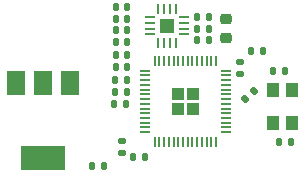
<source format=gtp>
%TF.GenerationSoftware,KiCad,Pcbnew,7.0.6*%
%TF.CreationDate,2024-04-24T00:37:06-04:00*%
%TF.ProjectId,Doom Keycap,446f6f6d-204b-4657-9963-61702e6b6963,REV1*%
%TF.SameCoordinates,Original*%
%TF.FileFunction,Paste,Top*%
%TF.FilePolarity,Positive*%
%FSLAX46Y46*%
G04 Gerber Fmt 4.6, Leading zero omitted, Abs format (unit mm)*
G04 Created by KiCad (PCBNEW 7.0.6) date 2024-04-24 00:37:06*
%MOMM*%
%LPD*%
G01*
G04 APERTURE LIST*
G04 Aperture macros list*
%AMRoundRect*
0 Rectangle with rounded corners*
0 $1 Rounding radius*
0 $2 $3 $4 $5 $6 $7 $8 $9 X,Y pos of 4 corners*
0 Add a 4 corners polygon primitive as box body*
4,1,4,$2,$3,$4,$5,$6,$7,$8,$9,$2,$3,0*
0 Add four circle primitives for the rounded corners*
1,1,$1+$1,$2,$3*
1,1,$1+$1,$4,$5*
1,1,$1+$1,$6,$7*
1,1,$1+$1,$8,$9*
0 Add four rect primitives between the rounded corners*
20,1,$1+$1,$2,$3,$4,$5,0*
20,1,$1+$1,$4,$5,$6,$7,0*
20,1,$1+$1,$6,$7,$8,$9,0*
20,1,$1+$1,$8,$9,$2,$3,0*%
G04 Aperture macros list end*
%ADD10RoundRect,0.140000X-0.140000X-0.170000X0.140000X-0.170000X0.140000X0.170000X-0.140000X0.170000X0*%
%ADD11RoundRect,0.147500X0.147500X0.172500X-0.147500X0.172500X-0.147500X-0.172500X0.147500X-0.172500X0*%
%ADD12RoundRect,0.135000X0.135000X0.185000X-0.135000X0.185000X-0.135000X-0.185000X0.135000X-0.185000X0*%
%ADD13R,1.500000X2.000000*%
%ADD14R,3.800000X2.000000*%
%ADD15RoundRect,0.147500X-0.147500X-0.172500X0.147500X-0.172500X0.147500X0.172500X-0.147500X0.172500X0*%
%ADD16RoundRect,0.135000X0.185000X-0.135000X0.185000X0.135000X-0.185000X0.135000X-0.185000X-0.135000X0*%
%ADD17RoundRect,0.135000X-0.135000X-0.185000X0.135000X-0.185000X0.135000X0.185000X-0.135000X0.185000X0*%
%ADD18RoundRect,0.147500X0.172500X-0.147500X0.172500X0.147500X-0.172500X0.147500X-0.172500X-0.147500X0*%
%ADD19RoundRect,0.250000X0.292217X-0.292217X0.292217X0.292217X-0.292217X0.292217X-0.292217X-0.292217X0*%
%ADD20RoundRect,0.050000X0.050000X-0.387500X0.050000X0.387500X-0.050000X0.387500X-0.050000X-0.387500X0*%
%ADD21RoundRect,0.050000X0.387500X-0.050000X0.387500X0.050000X-0.387500X0.050000X-0.387500X-0.050000X0*%
%ADD22RoundRect,0.135000X0.035355X-0.226274X0.226274X-0.035355X-0.035355X0.226274X-0.226274X0.035355X0*%
%ADD23R,0.990600X1.244600*%
%ADD24RoundRect,0.140000X0.140000X0.170000X-0.140000X0.170000X-0.140000X-0.170000X0.140000X-0.170000X0*%
%ADD25R,0.812800X0.254000*%
%ADD26R,0.254000X0.812800*%
%ADD27R,1.244600X1.244600*%
%ADD28RoundRect,0.218750X-0.256250X0.218750X-0.256250X-0.218750X0.256250X-0.218750X0.256250X0.218750X0*%
G04 APERTURE END LIST*
D10*
X163360000Y-93000000D03*
X164320000Y-93000000D03*
D11*
X166300000Y-83568750D03*
X165330000Y-83568750D03*
X166300000Y-84568750D03*
X165330000Y-84568750D03*
D12*
X167861855Y-92202951D03*
X166841855Y-92202951D03*
D13*
X161515000Y-85975000D03*
X159215000Y-85975000D03*
D14*
X159215000Y-92275000D03*
D13*
X156915000Y-85975000D03*
D15*
X178705000Y-84956250D03*
X179675000Y-84956250D03*
D16*
X165840000Y-91885000D03*
X165840000Y-90865000D03*
D17*
X165255000Y-86693750D03*
X166275000Y-86693750D03*
D18*
X175896581Y-85191250D03*
X175896581Y-84221250D03*
D19*
X170602500Y-88156250D03*
X171877500Y-88156250D03*
X170602500Y-86881250D03*
X171877500Y-86881250D03*
D20*
X168640000Y-90956250D03*
X169040000Y-90956250D03*
X169440000Y-90956250D03*
X169840000Y-90956250D03*
X170240000Y-90956250D03*
X170640000Y-90956250D03*
X171040000Y-90956250D03*
X171440000Y-90956250D03*
X171840000Y-90956250D03*
X172240000Y-90956250D03*
X172640000Y-90956250D03*
X173040000Y-90956250D03*
X173440000Y-90956250D03*
X173840000Y-90956250D03*
D21*
X174677500Y-90118750D03*
X174677500Y-89718750D03*
X174677500Y-89318750D03*
X174677500Y-88918750D03*
X174677500Y-88518750D03*
X174677500Y-88118750D03*
X174677500Y-87718750D03*
X174677500Y-87318750D03*
X174677500Y-86918750D03*
X174677500Y-86518750D03*
X174677500Y-86118750D03*
X174677500Y-85718750D03*
X174677500Y-85318750D03*
X174677500Y-84918750D03*
D20*
X173840000Y-84081250D03*
X173440000Y-84081250D03*
X173040000Y-84081250D03*
X172640000Y-84081250D03*
X172240000Y-84081250D03*
X171840000Y-84081250D03*
X171440000Y-84081250D03*
X171040000Y-84081250D03*
X170640000Y-84081250D03*
X170240000Y-84081250D03*
X169840000Y-84081250D03*
X169440000Y-84081250D03*
X169040000Y-84081250D03*
X168640000Y-84081250D03*
D21*
X167802500Y-84918750D03*
X167802500Y-85318750D03*
X167802500Y-85718750D03*
X167802500Y-86118750D03*
X167802500Y-86518750D03*
X167802500Y-86918750D03*
X167802500Y-87318750D03*
X167802500Y-87718750D03*
X167802500Y-88118750D03*
X167802500Y-88518750D03*
X167802500Y-88918750D03*
X167802500Y-89318750D03*
X167802500Y-89718750D03*
X167802500Y-90118750D03*
D11*
X180175000Y-90956250D03*
X179205000Y-90956250D03*
D17*
X165255000Y-85693750D03*
X166275000Y-85693750D03*
D11*
X166200000Y-87706250D03*
X165230000Y-87706250D03*
D22*
X176329376Y-87316874D03*
X177050624Y-86595626D03*
D23*
X180240000Y-89340550D03*
X178640000Y-86571950D03*
X178640000Y-89340550D03*
X180240000Y-86571950D03*
D24*
X177775918Y-83288047D03*
X176815918Y-83288047D03*
X166304093Y-79559690D03*
X165344093Y-79559690D03*
X166320000Y-82500000D03*
X165360000Y-82500000D03*
X166320000Y-80500000D03*
X165360000Y-80500000D03*
D12*
X173277200Y-80350000D03*
X172257200Y-80350000D03*
D25*
X171140000Y-81850001D03*
X171140000Y-81350000D03*
X171140000Y-80850000D03*
X171140000Y-80349999D03*
D26*
X170442201Y-79652200D03*
X169942200Y-79652200D03*
X169442200Y-79652200D03*
X168942199Y-79652200D03*
D25*
X168244400Y-80349999D03*
X168244400Y-80850000D03*
X168244400Y-81350000D03*
X168244400Y-81850001D03*
D26*
X168942199Y-82547800D03*
X169442200Y-82547800D03*
X169942200Y-82547800D03*
X170442201Y-82547800D03*
D27*
X169692200Y-81100000D03*
D12*
X173277200Y-82350000D03*
X172257200Y-82350000D03*
D28*
X174692200Y-80562500D03*
X174692200Y-82137500D03*
D24*
X166320000Y-81500000D03*
X165360000Y-81500000D03*
D12*
X173277200Y-81350000D03*
X172257200Y-81350000D03*
M02*

</source>
